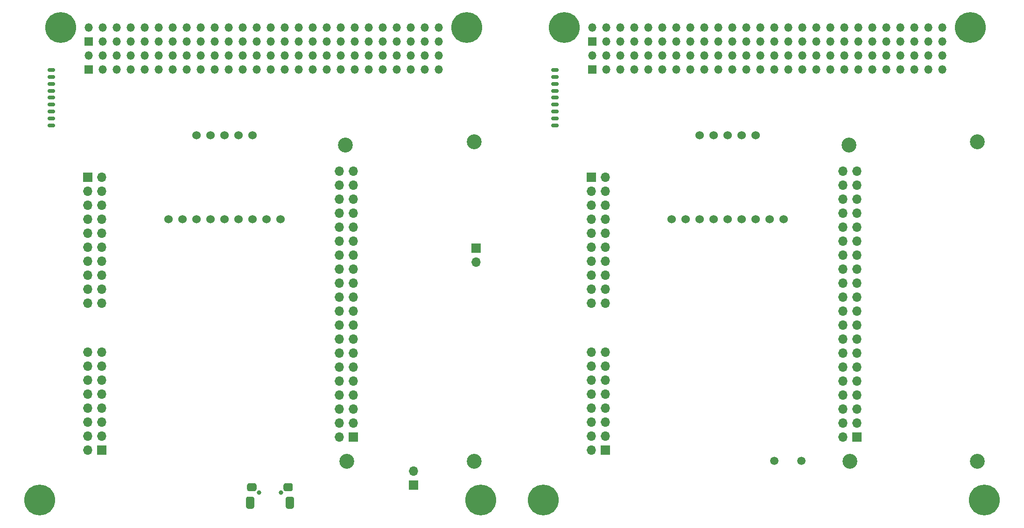
<source format=gbr>
%TF.GenerationSoftware,KiCad,Pcbnew,(5.1.9)-1*%
%TF.CreationDate,2021-10-15T18:08:56-04:00*%
%TF.ProjectId,Combined boards for stencil,436f6d62-696e-4656-9420-626f61726473,rev?*%
%TF.SameCoordinates,Original*%
%TF.FileFunction,Soldermask,Bot*%
%TF.FilePolarity,Negative*%
%FSLAX46Y46*%
G04 Gerber Fmt 4.6, Leading zero omitted, Abs format (unit mm)*
G04 Created by KiCad (PCBNEW (5.1.9)-1) date 2021-10-15 18:08:56*
%MOMM*%
%LPD*%
G01*
G04 APERTURE LIST*
%ADD10C,2.700000*%
%ADD11O,1.700000X1.700000*%
%ADD12R,1.700000X1.700000*%
%ADD13C,1.524000*%
%ADD14C,0.800000*%
%ADD15C,5.600000*%
%ADD16C,3.600000*%
%ADD17O,1.400000X0.700000*%
%ADD18O,1.500000X1.500000*%
%ADD19R,1.500000X1.500000*%
%ADD20C,1.500000*%
G04 APERTURE END LIST*
D10*
%TO.C,M8*%
X142822000Y-146261000D03*
%TD*%
%TO.C,M7*%
X142822000Y-88261000D03*
%TD*%
%TO.C,M6*%
X119695000Y-146261000D03*
%TD*%
%TO.C,M5*%
X119505000Y-88896000D03*
%TD*%
D11*
%TO.C,J8*%
X143142000Y-110176000D03*
D12*
X143142000Y-107636000D03*
%TD*%
D13*
%TO.C,U1*%
X87376000Y-102362000D03*
X89916000Y-102362000D03*
X92456000Y-102362000D03*
X94996000Y-102362000D03*
X97536000Y-102362000D03*
X100076000Y-102362000D03*
X102616000Y-102362000D03*
X105156000Y-102362000D03*
X107696000Y-102362000D03*
X92456000Y-87122000D03*
X102616000Y-87122000D03*
X100076000Y-87122000D03*
X97536000Y-87122000D03*
X94996000Y-87122000D03*
%TD*%
D14*
%TO.C,J6*%
X107741000Y-151967000D03*
X103841000Y-151967000D03*
G36*
G01*
X102941000Y-153072000D02*
X102941000Y-154522000D01*
G75*
G02*
X102566000Y-154897000I-375000J0D01*
G01*
X101816000Y-154897000D01*
G75*
G02*
X101441000Y-154522000I0J375000D01*
G01*
X101441000Y-153072000D01*
G75*
G02*
X101816000Y-152697000I375000J0D01*
G01*
X102566000Y-152697000D01*
G75*
G02*
X102941000Y-153072000I0J-375000D01*
G01*
G37*
G36*
G01*
X110141000Y-153072000D02*
X110141000Y-154522000D01*
G75*
G02*
X109766000Y-154897000I-375000J0D01*
G01*
X109016000Y-154897000D01*
G75*
G02*
X108641000Y-154522000I0J375000D01*
G01*
X108641000Y-153072000D01*
G75*
G02*
X109016000Y-152697000I375000J0D01*
G01*
X109766000Y-152697000D01*
G75*
G02*
X110141000Y-153072000I0J-375000D01*
G01*
G37*
G36*
G01*
X109941000Y-150622000D02*
X109941000Y-151372000D01*
G75*
G02*
X109566000Y-151747000I-375000J0D01*
G01*
X108616000Y-151747000D01*
G75*
G02*
X108241000Y-151372000I0J375000D01*
G01*
X108241000Y-150622000D01*
G75*
G02*
X108616000Y-150247000I375000J0D01*
G01*
X109566000Y-150247000D01*
G75*
G02*
X109941000Y-150622000I0J-375000D01*
G01*
G37*
G36*
G01*
X103341000Y-150622000D02*
X103341000Y-151372000D01*
G75*
G02*
X102966000Y-151747000I-375000J0D01*
G01*
X102016000Y-151747000D01*
G75*
G02*
X101641000Y-151372000I0J375000D01*
G01*
X101641000Y-150622000D01*
G75*
G02*
X102016000Y-150247000I375000J0D01*
G01*
X102966000Y-150247000D01*
G75*
G02*
X103341000Y-150622000I0J-375000D01*
G01*
G37*
%TD*%
D15*
%TO.C,M4*%
X144047000Y-153316000D03*
D16*
X144047000Y-153316000D03*
%TD*%
D15*
%TO.C,M3*%
X64037000Y-153316000D03*
D16*
X64037000Y-153316000D03*
%TD*%
D15*
%TO.C,M2*%
X141507000Y-67591000D03*
D16*
X141507000Y-67591000D03*
%TD*%
D15*
%TO.C,M1*%
X67847000Y-67591000D03*
D16*
X67847000Y-67591000D03*
%TD*%
D11*
%TO.C,J7*%
X131826000Y-148082000D03*
D12*
X131826000Y-150622000D03*
%TD*%
D17*
%TO.C,J4*%
X66127000Y-85291000D03*
X66127000Y-84041000D03*
X66127000Y-82791000D03*
X66127000Y-81541000D03*
X66127000Y-80291000D03*
X66127000Y-79041000D03*
X66127000Y-77791000D03*
X66127000Y-76541000D03*
X66127000Y-75291000D03*
%TD*%
D11*
%TO.C,J3*%
X75311000Y-117602000D03*
X72771000Y-117602000D03*
X75311000Y-115062000D03*
X72771000Y-115062000D03*
X75311000Y-112522000D03*
X72771000Y-112522000D03*
X75311000Y-109982000D03*
X72771000Y-109982000D03*
X75311000Y-107442000D03*
X72771000Y-107442000D03*
X75311000Y-104902000D03*
X72771000Y-104902000D03*
X75311000Y-102362000D03*
X72771000Y-102362000D03*
X75311000Y-99822000D03*
X72771000Y-99822000D03*
X75311000Y-97282000D03*
X72771000Y-97282000D03*
X75311000Y-94742000D03*
D12*
X72771000Y-94742000D03*
%TD*%
D11*
%TO.C,J2*%
X72771000Y-126492000D03*
X75311000Y-126492000D03*
X72771000Y-129032000D03*
X75311000Y-129032000D03*
X72771000Y-131572000D03*
X75311000Y-131572000D03*
X72771000Y-134112000D03*
X75311000Y-134112000D03*
X72771000Y-136652000D03*
X75311000Y-136652000D03*
X72771000Y-139192000D03*
X75311000Y-139192000D03*
X72771000Y-141732000D03*
X75311000Y-141732000D03*
X72771000Y-144272000D03*
D12*
X75311000Y-144272000D03*
%TD*%
D11*
%TO.C,J1*%
X118377000Y-93666000D03*
X120917000Y-93666000D03*
X118377000Y-96206000D03*
X120917000Y-96206000D03*
X118377000Y-98746000D03*
X120917000Y-98746000D03*
X118377000Y-101286000D03*
X120917000Y-101286000D03*
X118377000Y-103826000D03*
X120917000Y-103826000D03*
X118377000Y-106366000D03*
X120917000Y-106366000D03*
X118377000Y-108906000D03*
X120917000Y-108906000D03*
X118377000Y-111446000D03*
X120917000Y-111446000D03*
X118377000Y-113986000D03*
X120917000Y-113986000D03*
X118377000Y-116526000D03*
X120917000Y-116526000D03*
X118377000Y-119066000D03*
X120917000Y-119066000D03*
X118377000Y-121606000D03*
X120917000Y-121606000D03*
X118377000Y-124146000D03*
X120917000Y-124146000D03*
X118377000Y-126686000D03*
X120917000Y-126686000D03*
X118377000Y-129226000D03*
X120917000Y-129226000D03*
X118377000Y-131766000D03*
X120917000Y-131766000D03*
X118377000Y-134306000D03*
X120917000Y-134306000D03*
X118377000Y-136846000D03*
X120917000Y-136846000D03*
X118377000Y-139386000D03*
X120917000Y-139386000D03*
X118377000Y-141926000D03*
D12*
X120917000Y-141926000D03*
%TD*%
D18*
%TO.C,H2*%
X136427000Y-67591000D03*
X136427000Y-70131000D03*
X133887000Y-67591000D03*
X133887000Y-70131000D03*
X131347000Y-67591000D03*
X131347000Y-70131000D03*
X128807000Y-67591000D03*
X128807000Y-70131000D03*
X126267000Y-67591000D03*
X126267000Y-70131000D03*
X123727000Y-67591000D03*
X123727000Y-70131000D03*
X121187000Y-67591000D03*
X121187000Y-70131000D03*
X118647000Y-67591000D03*
X118647000Y-70131000D03*
X116107000Y-67591000D03*
X116107000Y-70131000D03*
X113567000Y-67591000D03*
X113567000Y-70131000D03*
X111027000Y-67591000D03*
X111027000Y-70131000D03*
X108487000Y-67591000D03*
X108487000Y-70131000D03*
X105947000Y-67591000D03*
X105947000Y-70131000D03*
X103407000Y-67591000D03*
X103407000Y-70131000D03*
X100867000Y-67591000D03*
X100867000Y-70131000D03*
X98327000Y-67591000D03*
X98327000Y-70131000D03*
X95787000Y-67591000D03*
X95787000Y-70131000D03*
X93247000Y-67591000D03*
X93247000Y-70131000D03*
X90707000Y-67591000D03*
X90707000Y-70131000D03*
X88167000Y-67591000D03*
X88167000Y-70131000D03*
X85627000Y-67591000D03*
X85627000Y-70131000D03*
X83087000Y-67591000D03*
X83087000Y-70131000D03*
X80547000Y-67591000D03*
X80547000Y-70131000D03*
X78007000Y-67591000D03*
X78007000Y-70131000D03*
X75467000Y-67591000D03*
X75467000Y-70131000D03*
X72927000Y-67591000D03*
D19*
X72927000Y-70131000D03*
%TD*%
D18*
%TO.C,H1*%
X136427000Y-72671000D03*
X136427000Y-75211000D03*
X133887000Y-72671000D03*
X133887000Y-75211000D03*
X131347000Y-72671000D03*
X131347000Y-75211000D03*
X128807000Y-72671000D03*
X128807000Y-75211000D03*
X126267000Y-72671000D03*
X126267000Y-75211000D03*
X123727000Y-72671000D03*
X123727000Y-75211000D03*
X121187000Y-72671000D03*
X121187000Y-75211000D03*
X118647000Y-72671000D03*
X118647000Y-75211000D03*
X116107000Y-72671000D03*
X116107000Y-75211000D03*
X113567000Y-72671000D03*
X113567000Y-75211000D03*
X111027000Y-72671000D03*
X111027000Y-75211000D03*
X108487000Y-72671000D03*
X108487000Y-75211000D03*
X105947000Y-72671000D03*
X105947000Y-75211000D03*
X103407000Y-72671000D03*
X103407000Y-75211000D03*
X100867000Y-72671000D03*
X100867000Y-75211000D03*
X98327000Y-72671000D03*
X98327000Y-75211000D03*
X95787000Y-72671000D03*
X95787000Y-75211000D03*
X93247000Y-72671000D03*
X93247000Y-75211000D03*
X90707000Y-72671000D03*
X90707000Y-75211000D03*
X88167000Y-72671000D03*
X88167000Y-75211000D03*
X85627000Y-72671000D03*
X85627000Y-75211000D03*
X83087000Y-72671000D03*
X83087000Y-75211000D03*
X80547000Y-72671000D03*
X80547000Y-75211000D03*
X78007000Y-72671000D03*
X78007000Y-75211000D03*
X75467000Y-72671000D03*
X75467000Y-75211000D03*
X72927000Y-72671000D03*
D19*
X72927000Y-75211000D03*
%TD*%
D20*
%TO.C,Y1*%
X197304000Y-146177000D03*
X202184000Y-146177000D03*
%TD*%
D10*
%TO.C,M8*%
X234135000Y-146261000D03*
%TD*%
%TO.C,M7*%
X234135000Y-88261000D03*
%TD*%
%TO.C,M6*%
X211008000Y-146261000D03*
%TD*%
%TO.C,M5*%
X210818000Y-88896000D03*
%TD*%
D13*
%TO.C,U1*%
X178689000Y-102362000D03*
X181229000Y-102362000D03*
X183769000Y-102362000D03*
X186309000Y-102362000D03*
X188849000Y-102362000D03*
X191389000Y-102362000D03*
X193929000Y-102362000D03*
X196469000Y-102362000D03*
X199009000Y-102362000D03*
X183769000Y-87122000D03*
X193929000Y-87122000D03*
X191389000Y-87122000D03*
X188849000Y-87122000D03*
X186309000Y-87122000D03*
%TD*%
D15*
%TO.C,M4*%
X235360000Y-153316000D03*
D16*
X235360000Y-153316000D03*
%TD*%
D15*
%TO.C,M3*%
X155350000Y-153316000D03*
D16*
X155350000Y-153316000D03*
%TD*%
D15*
%TO.C,M2*%
X232820000Y-67591000D03*
D16*
X232820000Y-67591000D03*
%TD*%
D15*
%TO.C,M1*%
X159160000Y-67591000D03*
D16*
X159160000Y-67591000D03*
%TD*%
D17*
%TO.C,J4*%
X157440000Y-85291000D03*
X157440000Y-84041000D03*
X157440000Y-82791000D03*
X157440000Y-81541000D03*
X157440000Y-80291000D03*
X157440000Y-79041000D03*
X157440000Y-77791000D03*
X157440000Y-76541000D03*
X157440000Y-75291000D03*
%TD*%
D11*
%TO.C,J3*%
X166624000Y-117602000D03*
X164084000Y-117602000D03*
X166624000Y-115062000D03*
X164084000Y-115062000D03*
X166624000Y-112522000D03*
X164084000Y-112522000D03*
X166624000Y-109982000D03*
X164084000Y-109982000D03*
X166624000Y-107442000D03*
X164084000Y-107442000D03*
X166624000Y-104902000D03*
X164084000Y-104902000D03*
X166624000Y-102362000D03*
X164084000Y-102362000D03*
X166624000Y-99822000D03*
X164084000Y-99822000D03*
X166624000Y-97282000D03*
X164084000Y-97282000D03*
X166624000Y-94742000D03*
D12*
X164084000Y-94742000D03*
%TD*%
D11*
%TO.C,J2*%
X164084000Y-126492000D03*
X166624000Y-126492000D03*
X164084000Y-129032000D03*
X166624000Y-129032000D03*
X164084000Y-131572000D03*
X166624000Y-131572000D03*
X164084000Y-134112000D03*
X166624000Y-134112000D03*
X164084000Y-136652000D03*
X166624000Y-136652000D03*
X164084000Y-139192000D03*
X166624000Y-139192000D03*
X164084000Y-141732000D03*
X166624000Y-141732000D03*
X164084000Y-144272000D03*
D12*
X166624000Y-144272000D03*
%TD*%
D11*
%TO.C,J1*%
X209690000Y-93666000D03*
X212230000Y-93666000D03*
X209690000Y-96206000D03*
X212230000Y-96206000D03*
X209690000Y-98746000D03*
X212230000Y-98746000D03*
X209690000Y-101286000D03*
X212230000Y-101286000D03*
X209690000Y-103826000D03*
X212230000Y-103826000D03*
X209690000Y-106366000D03*
X212230000Y-106366000D03*
X209690000Y-108906000D03*
X212230000Y-108906000D03*
X209690000Y-111446000D03*
X212230000Y-111446000D03*
X209690000Y-113986000D03*
X212230000Y-113986000D03*
X209690000Y-116526000D03*
X212230000Y-116526000D03*
X209690000Y-119066000D03*
X212230000Y-119066000D03*
X209690000Y-121606000D03*
X212230000Y-121606000D03*
X209690000Y-124146000D03*
X212230000Y-124146000D03*
X209690000Y-126686000D03*
X212230000Y-126686000D03*
X209690000Y-129226000D03*
X212230000Y-129226000D03*
X209690000Y-131766000D03*
X212230000Y-131766000D03*
X209690000Y-134306000D03*
X212230000Y-134306000D03*
X209690000Y-136846000D03*
X212230000Y-136846000D03*
X209690000Y-139386000D03*
X212230000Y-139386000D03*
X209690000Y-141926000D03*
D12*
X212230000Y-141926000D03*
%TD*%
D18*
%TO.C,H2*%
X227740000Y-67591000D03*
X227740000Y-70131000D03*
X225200000Y-67591000D03*
X225200000Y-70131000D03*
X222660000Y-67591000D03*
X222660000Y-70131000D03*
X220120000Y-67591000D03*
X220120000Y-70131000D03*
X217580000Y-67591000D03*
X217580000Y-70131000D03*
X215040000Y-67591000D03*
X215040000Y-70131000D03*
X212500000Y-67591000D03*
X212500000Y-70131000D03*
X209960000Y-67591000D03*
X209960000Y-70131000D03*
X207420000Y-67591000D03*
X207420000Y-70131000D03*
X204880000Y-67591000D03*
X204880000Y-70131000D03*
X202340000Y-67591000D03*
X202340000Y-70131000D03*
X199800000Y-67591000D03*
X199800000Y-70131000D03*
X197260000Y-67591000D03*
X197260000Y-70131000D03*
X194720000Y-67591000D03*
X194720000Y-70131000D03*
X192180000Y-67591000D03*
X192180000Y-70131000D03*
X189640000Y-67591000D03*
X189640000Y-70131000D03*
X187100000Y-67591000D03*
X187100000Y-70131000D03*
X184560000Y-67591000D03*
X184560000Y-70131000D03*
X182020000Y-67591000D03*
X182020000Y-70131000D03*
X179480000Y-67591000D03*
X179480000Y-70131000D03*
X176940000Y-67591000D03*
X176940000Y-70131000D03*
X174400000Y-67591000D03*
X174400000Y-70131000D03*
X171860000Y-67591000D03*
X171860000Y-70131000D03*
X169320000Y-67591000D03*
X169320000Y-70131000D03*
X166780000Y-67591000D03*
X166780000Y-70131000D03*
X164240000Y-67591000D03*
D19*
X164240000Y-70131000D03*
%TD*%
D18*
%TO.C,H1*%
X227740000Y-72671000D03*
X227740000Y-75211000D03*
X225200000Y-72671000D03*
X225200000Y-75211000D03*
X222660000Y-72671000D03*
X222660000Y-75211000D03*
X220120000Y-72671000D03*
X220120000Y-75211000D03*
X217580000Y-72671000D03*
X217580000Y-75211000D03*
X215040000Y-72671000D03*
X215040000Y-75211000D03*
X212500000Y-72671000D03*
X212500000Y-75211000D03*
X209960000Y-72671000D03*
X209960000Y-75211000D03*
X207420000Y-72671000D03*
X207420000Y-75211000D03*
X204880000Y-72671000D03*
X204880000Y-75211000D03*
X202340000Y-72671000D03*
X202340000Y-75211000D03*
X199800000Y-72671000D03*
X199800000Y-75211000D03*
X197260000Y-72671000D03*
X197260000Y-75211000D03*
X194720000Y-72671000D03*
X194720000Y-75211000D03*
X192180000Y-72671000D03*
X192180000Y-75211000D03*
X189640000Y-72671000D03*
X189640000Y-75211000D03*
X187100000Y-72671000D03*
X187100000Y-75211000D03*
X184560000Y-72671000D03*
X184560000Y-75211000D03*
X182020000Y-72671000D03*
X182020000Y-75211000D03*
X179480000Y-72671000D03*
X179480000Y-75211000D03*
X176940000Y-72671000D03*
X176940000Y-75211000D03*
X174400000Y-72671000D03*
X174400000Y-75211000D03*
X171860000Y-72671000D03*
X171860000Y-75211000D03*
X169320000Y-72671000D03*
X169320000Y-75211000D03*
X166780000Y-72671000D03*
X166780000Y-75211000D03*
X164240000Y-72671000D03*
D19*
X164240000Y-75211000D03*
%TD*%
M02*

</source>
